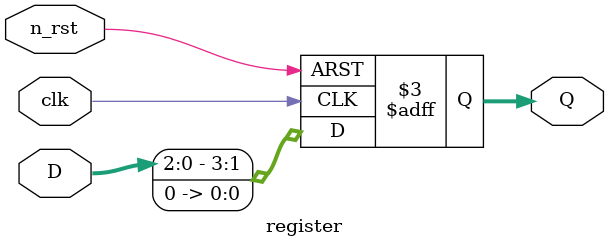
<source format=v>
module register (
    D,
    Q,
    clk,
    n_rst
);

  input clk;
  input n_rst;
  input [3:0] D;
  output [3:0] Q;
  reg [3:0] Q;
 
  always @ (posedge clk or negedge n_rst) 
  begin
    if (!n_rst) begin
         Q <= 4'b0000;
        end
      else
        begin
         Q[3] <= D[2];
         Q[2] <= D[1];
         Q[1] <= D[0];
         Q[0] <= 0;
        end
  end

endmodule
</source>
